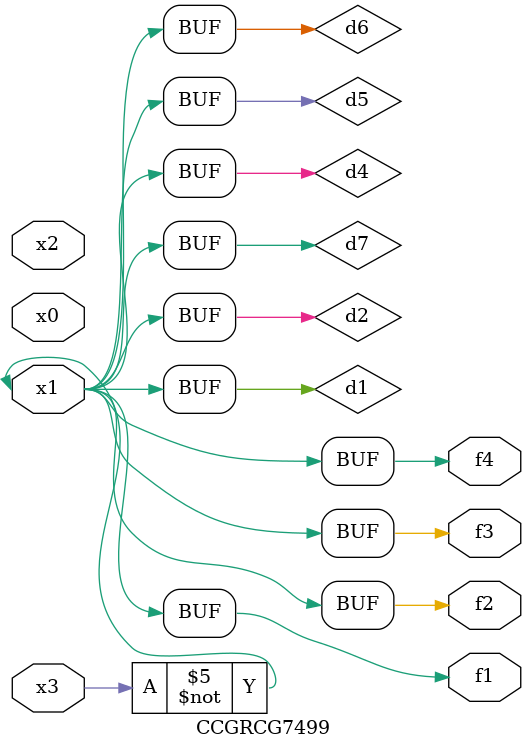
<source format=v>
module CCGRCG7499(
	input x0, x1, x2, x3,
	output f1, f2, f3, f4
);

	wire d1, d2, d3, d4, d5, d6, d7;

	not (d1, x3);
	buf (d2, x1);
	xnor (d3, d1, d2);
	nor (d4, d1);
	buf (d5, d1, d2);
	buf (d6, d4, d5);
	nand (d7, d4);
	assign f1 = d6;
	assign f2 = d7;
	assign f3 = d6;
	assign f4 = d6;
endmodule

</source>
